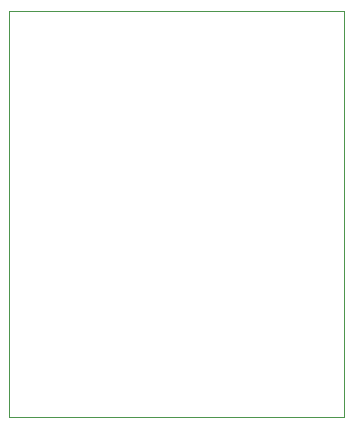
<source format=gbr>
%TF.GenerationSoftware,KiCad,Pcbnew,(6.0.10)*%
%TF.CreationDate,2023-01-04T10:17:45-08:00*%
%TF.ProjectId,attenuator,61747465-6e75-4617-946f-722e6b696361,rev?*%
%TF.SameCoordinates,PX3f52f00PY6dac2c0*%
%TF.FileFunction,Profile,NP*%
%FSLAX46Y46*%
G04 Gerber Fmt 4.6, Leading zero omitted, Abs format (unit mm)*
G04 Created by KiCad (PCBNEW (6.0.10)) date 2023-01-04 10:17:45*
%MOMM*%
%LPD*%
G01*
G04 APERTURE LIST*
%TA.AperFunction,Profile*%
%ADD10C,0.100000*%
%TD*%
G04 APERTURE END LIST*
D10*
X0Y34400000D02*
X28400000Y34400000D01*
X28400000Y34400000D02*
X28400000Y0D01*
X28400000Y0D02*
X0Y0D01*
X0Y0D02*
X0Y34400000D01*
M02*

</source>
